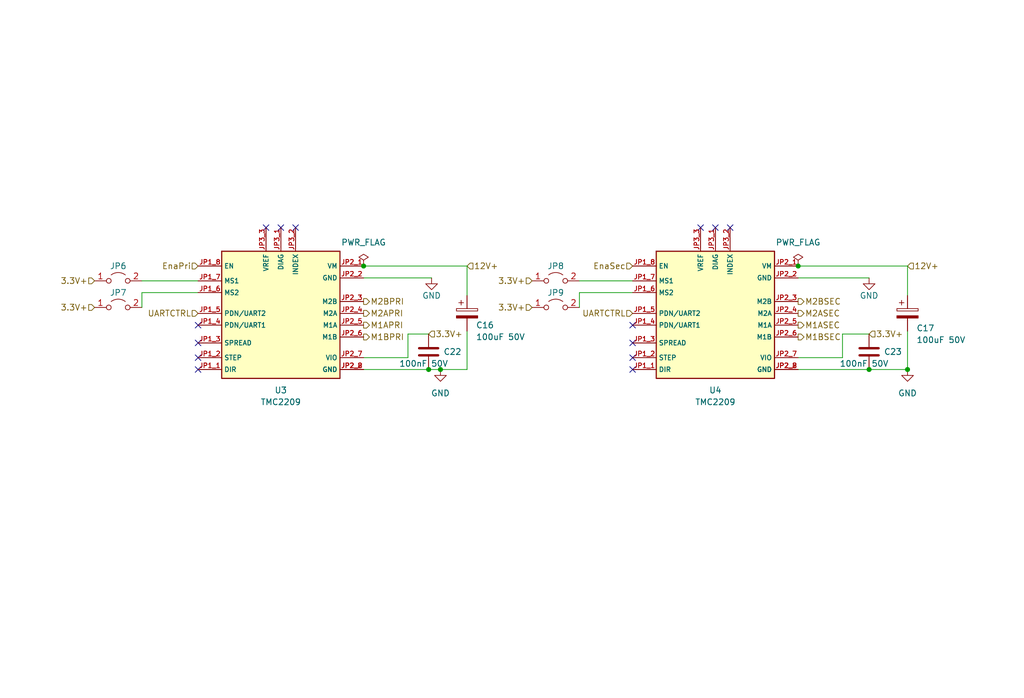
<source format=kicad_sch>
(kicad_sch (version 20211123) (generator eeschema)
  (paper "User" 219.989 150.012)
  (title_block (title "Rastaban-HAT") (date "2022-12-14") (rev "1.6") (company "HAN") (comment 1 "Casper R. Tak"))
  (lib_symbols
    (symbol "Device:C" (pin_numbers hide) (pin_names (offset 0.254))
      (property "Reference" "C" (at 0.635 2.54 0))
      (property "Value" "C" (at 0.635 -2.54 0))
      (symbol "C_0_1"
        (polyline (pts (xy -2.032 -0.762) (xy 2.032 -0.762)) (stroke (width 0.508)))
        (polyline (pts (xy -2.032 0.762) (xy 2.032 0.762)) (stroke (width 0.508)))
      )
      (symbol "C_1_1"
        (pin passive line (at 0 3.81 270) (length 2.794) (name "~") (number "1"))
        (pin passive line (at 0 -3.81 90) (length 2.794) (name "~") (number "2"))
      )
    )
    (symbol "Device:C_Polarized" (pin_numbers hide) (pin_names (offset 0.254))
      (property "Reference" "C" (at 0.635 2.54 0))
      (property "Value" "C_Polarized" (at 0.635 -2.54 0))
      (symbol "C_Polarized_0_1"
        (rectangle (start -2.286 0.508) (end 2.286 1.016))
        (polyline (pts (xy -1.778 2.286) (xy -0.762 2.286)))
        (polyline (pts (xy -1.27 2.794) (xy -1.27 1.778)))
        (rectangle (start 2.286 -0.508) (end -2.286 -1.016) (fill (type outline)))
      )
      (symbol "C_Polarized_1_1"
        (pin passive line (at 0 3.81 270) (length 2.794) (name "~") (number "1"))
        (pin passive line (at 0 -3.81 90) (length 2.794) (name "~") (number "2"))
      )
    )
    (symbol "Jumper:Jumper_2_Open" (pin_names (offset 0) hide)
      (property "Reference" "JP" (at 0 2.794 0))
      (property "Value" "Jumper_2_Open" (at 0 -2.286 0))
      (symbol "Jumper_2_Open_0_0"
        (circle (center -2.032 0) (radius 0.508))
        (circle (center 2.032 0) (radius 0.508))
      )
      (symbol "Jumper_2_Open_0_1"
        (arc (start 1.524 1.27) (mid 0 1.778) (end -1.524 1.27))
      )
      (symbol "Jumper_2_Open_1_1"
        (pin passive line (at -5.08 0 0) (length 2.54) (name "A") (number "1"))
        (pin passive line (at 5.08 0 180) (length 2.54) (name "B") (number "2"))
      )
    )
    (symbol "TMC2209:TMC2209"
      (property "Reference" "U" (at 0 32.385 0))
      (property "Value" "TMC2209" (at 0 30.48 0))
      (symbol "TMC2209_0_0"
        (rectangle (start -12.7 19.05) (end 12.7 -8.255) (stroke (width 0.254)) (fill (type background)))
        (pin input line (at -17.78 -6.35 0) (length 5.08) (name "DIR") (number "JP1_1"))
        (pin input line (at -17.78 -3.81 0) (length 5.08) (name "STEP") (number "JP1_2"))
        (pin bidirectional line (at -17.78 -0.635 0) (length 5.08) (name "SPREAD") (number "JP1_3"))
        (pin bidirectional line (at -17.78 3.175 0) (length 5.08) (name "PDN/UART1") (number "JP1_4"))
        (pin bidirectional line (at -17.78 5.715 0) (length 5.08) (name "PDN/UART2") (number "JP1_5"))
        (pin input line (at -17.78 10.16 0) (length 5.08) (name "MS2") (number "JP1_6"))
        (pin input line (at -17.78 12.7 0) (length 5.08) (name "MS1") (number "JP1_7"))
        (pin input line (at -17.78 15.875 0) (length 5.08) (name "EN") (number "JP1_8"))
        (pin power_in line (at 17.78 15.875 180) (length 5.08) (name "VM") (number "JP2_1"))
        (pin power_in line (at 17.78 -6.35 180) (length 5.08) (name "GND") (number "JP2_2"))
        (pin power_in line (at 17.78 13.335 180) (length 5.08) (name "GND") (number "JP2_2"))
        (pin passive line (at 17.78 8.255 180) (length 5.08) (name "M2B") (number "JP2_3"))
        (pin passive line (at 17.78 5.715 180) (length 5.08) (name "M2A") (number "JP2_4"))
        (pin passive line (at 17.78 3.175 180) (length 5.08) (name "M1A") (number "JP2_5"))
        (pin passive line (at 17.78 0.635 180) (length 5.08) (name "M1B") (number "JP2_6"))
        (pin power_in line (at 17.78 -3.81 180) (length 5.08) (name "VIO") (number "JP2_7"))
        (pin power_in line (at 17.78 -6.35 180) (length 5.08) (name "GND") (number "JP2_8"))
        (pin output line (at 0 24.13 270) (length 5.08) (name "DIAG") (number "JP3_1"))
        (pin output line (at 3.175 24.13 270) (length 5.08) (name "INDEX") (number "JP3_2"))
        (pin passive line (at -3.175 24.13 270) (length 5.08) (name "VREF") (number "JP3_3"))
      )
    )
    (symbol "TMC2209_1"
      (property "Reference" "U" (at 0 32.385 0))
      (property "Value" "TMC2209_1" (at 0 30.48 0))
      (symbol "TMC2209_1_0_0"
        (rectangle (start -12.7 19.05) (end 12.7 -8.255) (stroke (width 0.254)) (fill (type background)))
        (pin input line (at -17.78 -6.35 0) (length 5.08) (name "DIR") (number "JP1_1"))
        (pin input line (at -17.78 -3.81 0) (length 5.08) (name "STEP") (number "JP1_2"))
        (pin bidirectional line (at -17.78 -0.635 0) (length 5.08) (name "SPREAD") (number "JP1_3"))
        (pin bidirectional line (at -17.78 3.175 0) (length 5.08) (name "PDN/UART1") (number "JP1_4"))
        (pin bidirectional line (at -17.78 5.715 0) (length 5.08) (name "PDN/UART2") (number "JP1_5"))
        (pin input line (at -17.78 10.16 0) (length 5.08) (name "MS2") (number "JP1_6"))
        (pin input line (at -17.78 12.7 0) (length 5.08) (name "MS1") (number "JP1_7"))
        (pin input line (at -17.78 15.875 0) (length 5.08) (name "EN") (number "JP1_8"))
        (pin power_in line (at 17.78 15.875 180) (length 5.08) (name "VM") (number "JP2_1"))
        (pin power_in line (at 17.78 -6.35 180) (length 5.08) (name "GND") (number "JP2_2"))
        (pin power_in line (at 17.78 13.335 180) (length 5.08) (name "GND") (number "JP2_2"))
        (pin passive line (at 17.78 8.255 180) (length 5.08) (name "M2B") (number "JP2_3"))
        (pin passive line (at 17.78 5.715 180) (length 5.08) (name "M2A") (number "JP2_4"))
        (pin passive line (at 17.78 3.175 180) (length 5.08) (name "M1A") (number "JP2_5"))
        (pin passive line (at 17.78 0.635 180) (length 5.08) (name "M1B") (number "JP2_6"))
        (pin power_in line (at 17.78 -3.81 180) (length 5.08) (name "VIO") (number "JP2_7"))
        (pin power_in line (at 17.78 -6.35 180) (length 5.08) (name "GND") (number "JP2_8"))
        (pin output line (at 0 24.13 270) (length 5.08) (name "DIAG") (number "JP3_1"))
        (pin output line (at 3.175 24.13 270) (length 5.08) (name "INDEX") (number "JP3_2"))
        (pin passive line (at -3.175 24.13 270) (length 5.08) (name "VREF") (number "JP3_3"))
      )
    )
    (symbol "power:GND" (power) (pin_names (offset 0))
      (property "Value" "GND" (at 0 -3.81 0))
      (symbol "GND_0_1"
        (polyline (pts (xy 0 0) (xy 0 -1.27) (xy 1.27 -1.27) (xy 0 -2.54) (xy -1.27 -1.27) (xy 0 -1.27)))
      )
      (symbol "GND_1_1"
        (pin power_in line (at 0 0 270) (length 0) hide (name "GND") (number "1"))
      )
    )
    (symbol "power:PWR_FLAG" (power) (pin_numbers hide) (pin_names (offset 0) hide)
      (property "Value" "PWR_FLAG" (at 0 3.81 0))
      (symbol "PWR_FLAG_0_0"
        (pin power_out line (at 0 0 90) (length 0) (name "pwr") (number "1"))
      )
      (symbol "PWR_FLAG_0_1"
        (polyline (pts (xy 0 0) (xy 0 1.27) (xy -1.016 1.905) (xy 0 2.54) (xy 1.016 1.905) (xy 0 1.27)))
      )
    )
  )
  (junction (at 171.45 57.15))
  (junction (at 78.105 57.15))
  (junction (at 94.615 79.375))
  (junction (at 194.945 79.375))
  (junction (at 186.69 79.375))
  (junction (at 92.075 79.375))
  (no_connect (at 63.5 48.895))
  (no_connect (at 42.545 69.85))
  (no_connect (at 42.545 79.375))
  (no_connect (at 60.325 48.895))
  (no_connect (at 57.15 48.895))
  (no_connect (at 156.845 48.895))
  (no_connect (at 42.545 73.66))
  (no_connect (at 153.67 48.895))
  (no_connect (at 135.89 76.835))
  (no_connect (at 135.89 73.66))
  (no_connect (at 42.545 76.835))
  (no_connect (at 150.495 48.895))
  (no_connect (at 135.89 79.375))
  (no_connect (at 135.89 69.85))
  (wire (pts (xy 124.46 60.325) (xy 135.89 60.325)))
  (wire (pts (xy 92.075 79.375) (xy 94.615 79.375)))
  (wire (pts (xy 180.975 76.835) (xy 180.975 71.755)))
  (wire (pts (xy 171.45 76.835) (xy 180.975 76.835)))
  (wire (pts (xy 30.48 62.865) (xy 42.545 62.865)))
  (wire (pts (xy 194.945 63.5) (xy 194.945 57.15)))
  (wire (pts (xy 171.45 57.15) (xy 194.945 57.15)))
  (wire (pts (xy 100.33 71.12) (xy 100.33 79.375)))
  (wire (pts (xy 180.975 71.755) (xy 186.69 71.755)))
  (wire (pts (xy 87.63 71.755) (xy 92.075 71.755)))
  (wire (pts (xy 171.45 59.69) (xy 186.69 59.69)))
  (wire (pts (xy 124.46 62.865) (xy 135.89 62.865)))
  (wire (pts (xy 186.69 79.375) (xy 194.945 79.375)))
  (wire (pts (xy 87.63 76.835) (xy 87.63 71.755)))
  (wire (pts (xy 78.105 57.15) (xy 100.33 57.15)))
  (wire (pts (xy 78.105 76.835) (xy 87.63 76.835)))
  (wire (pts (xy 78.105 79.375) (xy 92.075 79.375)))
  (wire (pts (xy 30.48 62.865) (xy 30.48 66.04)))
  (wire (pts (xy 171.45 79.375) (xy 186.69 79.375)))
  (wire (pts (xy 100.33 63.5) (xy 100.33 57.15)))
  (wire (pts (xy 30.48 60.325) (xy 42.545 60.325)))
  (wire (pts (xy 124.46 62.865) (xy 124.46 66.04)))
  (wire (pts (xy 100.33 79.375) (xy 94.615 79.375)))
  (wire (pts (xy 78.105 59.69) (xy 92.71 59.69)))
  (wire (pts (xy 194.945 71.12) (xy 194.945 79.375)))
  (hierarchical_label "M2BSEC" (shape output) (at 171.45 64.77 0))
  (hierarchical_label "12V+" (shape input) (at 194.945 57.15 0))
  (hierarchical_label "3.3V+" (shape input) (at 20.32 66.04 180))
  (hierarchical_label "12V+" (shape input) (at 100.33 57.15 0))
  (hierarchical_label "3.3V+" (shape input) (at 114.3 60.325 180))
  (hierarchical_label "EnaSec" (shape input) (at 135.89 57.15 180))
  (hierarchical_label "EnaPri" (shape input) (at 42.545 57.15 180))
  (hierarchical_label "M1BPRI" (shape output) (at 78.105 72.39 0))
  (hierarchical_label "M1BSEC" (shape output) (at 171.45 72.39 0))
  (hierarchical_label "UARTCTRL" (shape input) (at 135.89 67.31 180))
  (hierarchical_label "3.3V+" (shape input) (at 92.075 71.755 0))
  (hierarchical_label "3.3V+" (shape input) (at 186.69 71.755 0))
  (hierarchical_label "M2ASEC" (shape output) (at 171.45 67.31 0))
  (hierarchical_label "3.3V+" (shape input) (at 20.32 60.325 180))
  (hierarchical_label "M1ASEC" (shape output) (at 171.45 69.85 0))
  (hierarchical_label "M1APRI" (shape output) (at 78.105 69.85 0))
  (hierarchical_label "M2BPRI" (shape output) (at 78.105 64.77 0))
  (hierarchical_label "M2APRI" (shape output) (at 78.105 67.31 0))
  (hierarchical_label "UARTCTRL" (shape input) (at 42.545 67.31 180))
  (hierarchical_label "3.3V+" (shape input) (at 114.3 66.04 180))
  (symbol (lib_id "power:PWR_FLAG") (at 171.45 57.15 0) (unit 1)
    (property "Reference" "#FLG02" (effects hide))
    (property "Value" "PWR_FLAG" (at 171.45 52.07 0))
  )
  (symbol (lib_id "power:GND") (at 94.615 79.375 0) (unit 1)
    (property "Reference" "#PWR016" (effects hide))
    (property "Value" "GND" (at 94.615 84.455 0))
  )
  (symbol (lib_name "TMC2209_1") (lib_id "TMC2209:TMC2209") (at 60.325 73.025 0) (unit 1)
    (property "Reference" "U3" (at 60.325 83.82 0))
    (property "Value" "TMC2209" (at 60.325 86.36 0))
    (property "Footprint" "SnapEDA Library:MODULE_TMC2208_SILENTSTEPSTICK" (effects hide))
    (property "Vanallesenmeer" "https://nl.aliexpress.com/item/1005002965406330.html?spm=a2g0o.productlist.0.0.5ab05290xpAGY2&algo_pvid=5172e3c2-a517-4e26-8f28-d4aed2d923ff&algo_exp_id=5172e3c2-a517-4e26-8f28-d4aed2d923ff-0&pdp_ext_f=%7B%22sku_id%22%3A%2212000022993916649%22%7D&pdp_npi=2%40dis%21EUR%212.67%212.67%21%21%211.58%21%21%400b0a187916625360827022616e4d67%2112000022993916649%21sea&curPageLogUid=vVAK5sJpMeMa" (effects hide))
  )
  (symbol (lib_id "Device:C_Polarized") (at 100.33 67.31 0) (unit 1)
    (property "Reference" "C16" (at 102.235 69.85 0) (effects (justify left)))
    (property "Value" "100uF 50V" (at 102.235 72.39 0) (effects (justify left)))
    (property "Footprint" "Capacitor_SMD:CP_Elec_8x10" (effects hide))
    (property "Manufacturer_Part_Number" "C3339" (effects hide))
    (property "Purpose" "decoupling" (effects hide))
    (property "LCSC" "C445063" (effects hide))
  )
  (symbol (lib_id "power:GND") (at 194.945 79.375 0) (unit 1)
    (property "Reference" "#PWR020" (effects hide))
    (property "Value" "GND" (at 194.945 84.455 0))
  )
  (symbol (lib_id "Device:C") (at 92.075 75.565 0) (unit 1)
    (property "Reference" "C22" (at 95.25 75.565 0) (effects (justify left)))
    (property "Value" "100nF 50V" (at 85.725 78.105 0) (effects (justify left)))
    (property "Footprint" "Capacitor_SMD:C_0805_2012Metric_Pad1.18x1.45mm_HandSolder" (effects hide))
    (property "Purpose" "decoupling" (effects hide))
    (property "LCSC" "C476766" (effects hide))
  )
  (symbol (lib_id "Device:C") (at 186.69 75.565 0) (unit 1)
    (property "Reference" "C23" (at 189.865 75.565 0) (effects (justify left)))
    (property "Value" "100nF 50V" (at 180.34 78.105 0) (effects (justify left)))
    (property "Footprint" "Capacitor_SMD:C_0805_2012Metric_Pad1.18x1.45mm_HandSolder" (effects hide))
    (property "Purpose" "decoupling" (effects hide))
    (property "LCSC" "C476766" (effects hide))
  )
  (symbol (lib_id "Jumper:Jumper_2_Open") (at 119.38 66.04 0) (unit 1)
    (property "Reference" "JP9" (at 119.38 62.865 0))
    (property "Value" "Jumper_2_Open" (effects hide))
    (property "Footprint" "Jumper:SolderJumper-2_P1.3mm_Open_RoundedPad1.0x1.5mm" (effects hide))
    (property "LCSC" "x" (effects hide))
    (property "Mouser" "x" (effects hide))
  )
  (symbol (lib_id "Jumper:Jumper_2_Open") (at 25.4 60.325 0) (unit 1)
    (property "Reference" "JP6" (at 25.4 57.15 0))
    (property "Value" "Jumper_2_Open" (effects hide))
    (property "Footprint" "Jumper:SolderJumper-2_P1.3mm_Open_RoundedPad1.0x1.5mm" (effects hide))
    (property "LCSC" "x" (effects hide))
    (property "Mouser" "x" (effects hide))
  )
  (symbol (lib_id "Jumper:Jumper_2_Open") (at 119.38 60.325 0) (unit 1)
    (property "Reference" "JP8" (at 119.38 57.15 0))
    (property "Value" "Jumper_2_Open" (effects hide))
    (property "Footprint" "Jumper:SolderJumper-2_P1.3mm_Open_RoundedPad1.0x1.5mm" (effects hide))
    (property "LCSC" "x" (effects hide))
    (property "Mouser" "x" (effects hide))
  )
  (symbol (lib_id "power:GND") (at 92.71 59.69 0) (unit 1)
    (property "Reference" "#PWR015" (effects hide))
    (property "Value" "GND" (at 92.71 63.5 0))
  )
  (symbol (lib_id "power:PWR_FLAG") (at 78.105 57.15 0) (unit 1)
    (property "Reference" "#FLG01" (effects hide))
    (property "Value" "PWR_FLAG" (at 78.105 52.07 0))
  )
  (symbol (lib_id "power:GND") (at 186.69 59.69 0) (unit 1)
    (property "Reference" "#PWR019" (effects hide))
    (property "Value" "GND" (at 186.69 63.5 0))
  )
  (symbol (lib_id "Jumper:Jumper_2_Open") (at 25.4 66.04 0) (unit 1)
    (property "Reference" "JP7" (at 25.4 62.865 0))
    (property "Value" "Jumper_2_Open" (effects hide))
    (property "Footprint" "Jumper:SolderJumper-2_P1.3mm_Open_RoundedPad1.0x1.5mm" (effects hide))
    (property "LCSC" "x" (effects hide))
    (property "Mouser" "x" (effects hide))
  )
  (symbol (lib_id "TMC2209:TMC2209") (at 153.67 73.025 0) (unit 1)
    (property "Reference" "U4" (at 153.67 83.82 0))
    (property "Value" "TMC2209" (at 153.67 86.36 0))
    (property "Footprint" "SnapEDA Library:MODULE_TMC2208_SILENTSTEPSTICK" (effects hide))
    (property "Vanallesenmeer" "https://nl.aliexpress.com/item/1005002965406330.html?spm=a2g0o.productlist.0.0.5ab05290xpAGY2&algo_pvid=5172e3c2-a517-4e26-8f28-d4aed2d923ff&algo_exp_id=5172e3c2-a517-4e26-8f28-d4aed2d923ff-0&pdp_ext_f=%7B%22sku_id%22%3A%2212000022993916649%22%7D&pdp_npi=2%40dis%21EUR%212.67%212.67%21%21%211.58%21%21%400b0a187916625360827022616e4d67%2112000022993916649%21sea&curPageLogUid=vVAK5sJpMeMa" (effects hide))
  )
  (symbol (lib_id "Device:C_Polarized") (at 194.945 67.31 0) (unit 1)
    (property "Reference" "C17" (at 196.85 70.485 0) (effects (justify left)))
    (property "Value" "100uF 50V" (at 196.85 73.025 0) (effects (justify left)))
    (property "Footprint" "Capacitor_SMD:CP_Elec_8x10" (effects hide))
    (property "Manufacturer_Part_Number" "C3339" (effects hide))
    (property "Purpose" "decoupling" (effects hide))
    (property "LCSC" "C445063" (effects hide))
  )
)
</source>
